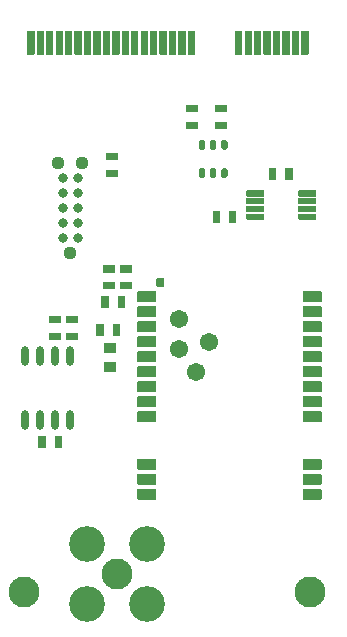
<source format=gbr>
G04 #@! TF.GenerationSoftware,KiCad,Pcbnew,5.1.9-73d0e3b20d~88~ubuntu20.04.1*
G04 #@! TF.CreationDate,2021-01-21T11:53:33+01:00*
G04 #@! TF.ProjectId,lorawan_e78-868ln22s_minipci,6c6f7261-7761-46e5-9f65-37382d383638,V1.0*
G04 #@! TF.SameCoordinates,Original*
G04 #@! TF.FileFunction,Soldermask,Top*
G04 #@! TF.FilePolarity,Negative*
%FSLAX46Y46*%
G04 Gerber Fmt 4.6, Leading zero omitted, Abs format (unit mm)*
G04 Created by KiCad (PCBNEW 5.1.9-73d0e3b20d~88~ubuntu20.04.1) date 2021-01-21 11:53:33*
%MOMM*%
%LPD*%
G01*
G04 APERTURE LIST*
%ADD10C,2.620000*%
%ADD11C,3.020000*%
%ADD12C,1.544000*%
%ADD13O,0.700000X1.650000*%
%ADD14C,0.807400*%
%ADD15C,1.110600*%
G04 APERTURE END LIST*
G36*
G01*
X156257500Y-79870000D02*
X155982500Y-79870000D01*
G75*
G02*
X155845000Y-79732500I0J137500D01*
G01*
X155845000Y-79207500D01*
G75*
G02*
X155982500Y-79070000I137500J0D01*
G01*
X156257500Y-79070000D01*
G75*
G02*
X156395000Y-79207500I0J-137500D01*
G01*
X156395000Y-79732500D01*
G75*
G02*
X156257500Y-79870000I-137500J0D01*
G01*
G37*
G36*
G01*
X157207500Y-79870000D02*
X156932500Y-79870000D01*
G75*
G02*
X156795000Y-79732500I0J137500D01*
G01*
X156795000Y-79207500D01*
G75*
G02*
X156932500Y-79070000I137500J0D01*
G01*
X157207500Y-79070000D01*
G75*
G02*
X157345000Y-79207500I0J-137500D01*
G01*
X157345000Y-79732500D01*
G75*
G02*
X157207500Y-79870000I-137500J0D01*
G01*
G37*
G36*
G01*
X158157500Y-79870000D02*
X157882500Y-79870000D01*
G75*
G02*
X157745000Y-79732500I0J137500D01*
G01*
X157745000Y-79207500D01*
G75*
G02*
X157882500Y-79070000I137500J0D01*
G01*
X158157500Y-79070000D01*
G75*
G02*
X158295000Y-79207500I0J-137500D01*
G01*
X158295000Y-79732500D01*
G75*
G02*
X158157500Y-79870000I-137500J0D01*
G01*
G37*
G36*
G01*
X158157500Y-82270000D02*
X157882500Y-82270000D01*
G75*
G02*
X157745000Y-82132500I0J137500D01*
G01*
X157745000Y-81607500D01*
G75*
G02*
X157882500Y-81470000I137500J0D01*
G01*
X158157500Y-81470000D01*
G75*
G02*
X158295000Y-81607500I0J-137500D01*
G01*
X158295000Y-82132500D01*
G75*
G02*
X158157500Y-82270000I-137500J0D01*
G01*
G37*
G36*
G01*
X157207500Y-82270000D02*
X156932500Y-82270000D01*
G75*
G02*
X156795000Y-82132500I0J137500D01*
G01*
X156795000Y-81607500D01*
G75*
G02*
X156932500Y-81470000I137500J0D01*
G01*
X157207500Y-81470000D01*
G75*
G02*
X157345000Y-81607500I0J-137500D01*
G01*
X157345000Y-82132500D01*
G75*
G02*
X157207500Y-82270000I-137500J0D01*
G01*
G37*
G36*
G01*
X156257500Y-82270000D02*
X155982500Y-82270000D01*
G75*
G02*
X155845000Y-82132500I0J137500D01*
G01*
X155845000Y-81607500D01*
G75*
G02*
X155982500Y-81470000I137500J0D01*
G01*
X156257500Y-81470000D01*
G75*
G02*
X156395000Y-81607500I0J-137500D01*
G01*
X156395000Y-82132500D01*
G75*
G02*
X156257500Y-82270000I-137500J0D01*
G01*
G37*
G36*
G01*
X164285000Y-83820000D02*
X164285000Y-83370000D01*
G75*
G02*
X164315000Y-83340000I30000J0D01*
G01*
X165765000Y-83340000D01*
G75*
G02*
X165795000Y-83370000I0J-30000D01*
G01*
X165795000Y-83820000D01*
G75*
G02*
X165765000Y-83850000I-30000J0D01*
G01*
X164315000Y-83850000D01*
G75*
G02*
X164285000Y-83820000I0J30000D01*
G01*
G37*
G36*
G01*
X164285000Y-84470000D02*
X164285000Y-84020000D01*
G75*
G02*
X164315000Y-83990000I30000J0D01*
G01*
X165765000Y-83990000D01*
G75*
G02*
X165795000Y-84020000I0J-30000D01*
G01*
X165795000Y-84470000D01*
G75*
G02*
X165765000Y-84500000I-30000J0D01*
G01*
X164315000Y-84500000D01*
G75*
G02*
X164285000Y-84470000I0J30000D01*
G01*
G37*
G36*
G01*
X164285000Y-85120000D02*
X164285000Y-84670000D01*
G75*
G02*
X164315000Y-84640000I30000J0D01*
G01*
X165765000Y-84640000D01*
G75*
G02*
X165795000Y-84670000I0J-30000D01*
G01*
X165795000Y-85120000D01*
G75*
G02*
X165765000Y-85150000I-30000J0D01*
G01*
X164315000Y-85150000D01*
G75*
G02*
X164285000Y-85120000I0J30000D01*
G01*
G37*
G36*
G01*
X164285000Y-85770000D02*
X164285000Y-85320000D01*
G75*
G02*
X164315000Y-85290000I30000J0D01*
G01*
X165765000Y-85290000D01*
G75*
G02*
X165795000Y-85320000I0J-30000D01*
G01*
X165795000Y-85770000D01*
G75*
G02*
X165765000Y-85800000I-30000J0D01*
G01*
X164315000Y-85800000D01*
G75*
G02*
X164285000Y-85770000I0J30000D01*
G01*
G37*
G36*
G01*
X159885000Y-85770000D02*
X159885000Y-85320000D01*
G75*
G02*
X159915000Y-85290000I30000J0D01*
G01*
X161365000Y-85290000D01*
G75*
G02*
X161395000Y-85320000I0J-30000D01*
G01*
X161395000Y-85770000D01*
G75*
G02*
X161365000Y-85800000I-30000J0D01*
G01*
X159915000Y-85800000D01*
G75*
G02*
X159885000Y-85770000I0J30000D01*
G01*
G37*
G36*
G01*
X159885000Y-85120000D02*
X159885000Y-84670000D01*
G75*
G02*
X159915000Y-84640000I30000J0D01*
G01*
X161365000Y-84640000D01*
G75*
G02*
X161395000Y-84670000I0J-30000D01*
G01*
X161395000Y-85120000D01*
G75*
G02*
X161365000Y-85150000I-30000J0D01*
G01*
X159915000Y-85150000D01*
G75*
G02*
X159885000Y-85120000I0J30000D01*
G01*
G37*
G36*
G01*
X159885000Y-84470000D02*
X159885000Y-84020000D01*
G75*
G02*
X159915000Y-83990000I30000J0D01*
G01*
X161365000Y-83990000D01*
G75*
G02*
X161395000Y-84020000I0J-30000D01*
G01*
X161395000Y-84470000D01*
G75*
G02*
X161365000Y-84500000I-30000J0D01*
G01*
X159915000Y-84500000D01*
G75*
G02*
X159885000Y-84470000I0J30000D01*
G01*
G37*
G36*
G01*
X159885000Y-83820000D02*
X159885000Y-83370000D01*
G75*
G02*
X159915000Y-83340000I30000J0D01*
G01*
X161365000Y-83340000D01*
G75*
G02*
X161395000Y-83370000I0J-30000D01*
G01*
X161395000Y-83820000D01*
G75*
G02*
X161365000Y-83850000I-30000J0D01*
G01*
X159915000Y-83850000D01*
G75*
G02*
X159885000Y-83820000I0J30000D01*
G01*
G37*
G36*
G01*
X148810000Y-97090000D02*
X147810000Y-97090000D01*
G75*
G02*
X147800000Y-97080000I0J10000D01*
G01*
X147800000Y-96280000D01*
G75*
G02*
X147810000Y-96270000I10000J0D01*
G01*
X148810000Y-96270000D01*
G75*
G02*
X148820000Y-96280000I0J-10000D01*
G01*
X148820000Y-97080000D01*
G75*
G02*
X148810000Y-97090000I-10000J0D01*
G01*
G37*
G36*
G01*
X148810000Y-98690000D02*
X147810000Y-98690000D01*
G75*
G02*
X147800000Y-98680000I0J10000D01*
G01*
X147800000Y-97880000D01*
G75*
G02*
X147810000Y-97870000I10000J0D01*
G01*
X148810000Y-97870000D01*
G75*
G02*
X148820000Y-97880000I0J-10000D01*
G01*
X148820000Y-98680000D01*
G75*
G02*
X148810000Y-98690000I-10000J0D01*
G01*
G37*
D10*
X141037843Y-117317433D03*
X165237843Y-117317433D03*
G36*
G01*
X141947843Y-69817433D02*
X141947843Y-71817433D01*
G75*
G02*
X141937843Y-71827433I-10000J0D01*
G01*
X141337843Y-71827433D01*
G75*
G02*
X141327843Y-71817433I0J10000D01*
G01*
X141327843Y-69817433D01*
G75*
G02*
X141337843Y-69807433I10000J0D01*
G01*
X141937843Y-69807433D01*
G75*
G02*
X141947843Y-69817433I0J-10000D01*
G01*
G37*
G36*
G01*
X142747843Y-69817433D02*
X142747843Y-71817433D01*
G75*
G02*
X142737843Y-71827433I-10000J0D01*
G01*
X142137843Y-71827433D01*
G75*
G02*
X142127843Y-71817433I0J10000D01*
G01*
X142127843Y-69817433D01*
G75*
G02*
X142137843Y-69807433I10000J0D01*
G01*
X142737843Y-69807433D01*
G75*
G02*
X142747843Y-69817433I0J-10000D01*
G01*
G37*
G36*
G01*
X143547843Y-69817433D02*
X143547843Y-71817433D01*
G75*
G02*
X143537843Y-71827433I-10000J0D01*
G01*
X142937843Y-71827433D01*
G75*
G02*
X142927843Y-71817433I0J10000D01*
G01*
X142927843Y-69817433D01*
G75*
G02*
X142937843Y-69807433I10000J0D01*
G01*
X143537843Y-69807433D01*
G75*
G02*
X143547843Y-69817433I0J-10000D01*
G01*
G37*
G36*
G01*
X144347843Y-69817433D02*
X144347843Y-71817433D01*
G75*
G02*
X144337843Y-71827433I-10000J0D01*
G01*
X143737843Y-71827433D01*
G75*
G02*
X143727843Y-71817433I0J10000D01*
G01*
X143727843Y-69817433D01*
G75*
G02*
X143737843Y-69807433I10000J0D01*
G01*
X144337843Y-69807433D01*
G75*
G02*
X144347843Y-69817433I0J-10000D01*
G01*
G37*
G36*
G01*
X145147843Y-69817433D02*
X145147843Y-71817433D01*
G75*
G02*
X145137843Y-71827433I-10000J0D01*
G01*
X144537843Y-71827433D01*
G75*
G02*
X144527843Y-71817433I0J10000D01*
G01*
X144527843Y-69817433D01*
G75*
G02*
X144537843Y-69807433I10000J0D01*
G01*
X145137843Y-69807433D01*
G75*
G02*
X145147843Y-69817433I0J-10000D01*
G01*
G37*
G36*
G01*
X145947843Y-69817433D02*
X145947843Y-71817433D01*
G75*
G02*
X145937843Y-71827433I-10000J0D01*
G01*
X145337843Y-71827433D01*
G75*
G02*
X145327843Y-71817433I0J10000D01*
G01*
X145327843Y-69817433D01*
G75*
G02*
X145337843Y-69807433I10000J0D01*
G01*
X145937843Y-69807433D01*
G75*
G02*
X145947843Y-69817433I0J-10000D01*
G01*
G37*
G36*
G01*
X146747843Y-69817433D02*
X146747843Y-71817433D01*
G75*
G02*
X146737843Y-71827433I-10000J0D01*
G01*
X146137843Y-71827433D01*
G75*
G02*
X146127843Y-71817433I0J10000D01*
G01*
X146127843Y-69817433D01*
G75*
G02*
X146137843Y-69807433I10000J0D01*
G01*
X146737843Y-69807433D01*
G75*
G02*
X146747843Y-69817433I0J-10000D01*
G01*
G37*
G36*
G01*
X147547843Y-69817433D02*
X147547843Y-71817433D01*
G75*
G02*
X147537843Y-71827433I-10000J0D01*
G01*
X146937843Y-71827433D01*
G75*
G02*
X146927843Y-71817433I0J10000D01*
G01*
X146927843Y-69817433D01*
G75*
G02*
X146937843Y-69807433I10000J0D01*
G01*
X147537843Y-69807433D01*
G75*
G02*
X147547843Y-69817433I0J-10000D01*
G01*
G37*
G36*
G01*
X148347843Y-69817433D02*
X148347843Y-71817433D01*
G75*
G02*
X148337843Y-71827433I-10000J0D01*
G01*
X147737843Y-71827433D01*
G75*
G02*
X147727843Y-71817433I0J10000D01*
G01*
X147727843Y-69817433D01*
G75*
G02*
X147737843Y-69807433I10000J0D01*
G01*
X148337843Y-69807433D01*
G75*
G02*
X148347843Y-69817433I0J-10000D01*
G01*
G37*
G36*
G01*
X149147843Y-69817433D02*
X149147843Y-71817433D01*
G75*
G02*
X149137843Y-71827433I-10000J0D01*
G01*
X148537843Y-71827433D01*
G75*
G02*
X148527843Y-71817433I0J10000D01*
G01*
X148527843Y-69817433D01*
G75*
G02*
X148537843Y-69807433I10000J0D01*
G01*
X149137843Y-69807433D01*
G75*
G02*
X149147843Y-69817433I0J-10000D01*
G01*
G37*
G36*
G01*
X149947843Y-69817433D02*
X149947843Y-71817433D01*
G75*
G02*
X149937843Y-71827433I-10000J0D01*
G01*
X149337843Y-71827433D01*
G75*
G02*
X149327843Y-71817433I0J10000D01*
G01*
X149327843Y-69817433D01*
G75*
G02*
X149337843Y-69807433I10000J0D01*
G01*
X149937843Y-69807433D01*
G75*
G02*
X149947843Y-69817433I0J-10000D01*
G01*
G37*
G36*
G01*
X150747843Y-69817433D02*
X150747843Y-71817433D01*
G75*
G02*
X150737843Y-71827433I-10000J0D01*
G01*
X150137843Y-71827433D01*
G75*
G02*
X150127843Y-71817433I0J10000D01*
G01*
X150127843Y-69817433D01*
G75*
G02*
X150137843Y-69807433I10000J0D01*
G01*
X150737843Y-69807433D01*
G75*
G02*
X150747843Y-69817433I0J-10000D01*
G01*
G37*
G36*
G01*
X151547843Y-69817433D02*
X151547843Y-71817433D01*
G75*
G02*
X151537843Y-71827433I-10000J0D01*
G01*
X150937843Y-71827433D01*
G75*
G02*
X150927843Y-71817433I0J10000D01*
G01*
X150927843Y-69817433D01*
G75*
G02*
X150937843Y-69807433I10000J0D01*
G01*
X151537843Y-69807433D01*
G75*
G02*
X151547843Y-69817433I0J-10000D01*
G01*
G37*
G36*
G01*
X152347843Y-69817433D02*
X152347843Y-71817433D01*
G75*
G02*
X152337843Y-71827433I-10000J0D01*
G01*
X151737843Y-71827433D01*
G75*
G02*
X151727843Y-71817433I0J10000D01*
G01*
X151727843Y-69817433D01*
G75*
G02*
X151737843Y-69807433I10000J0D01*
G01*
X152337843Y-69807433D01*
G75*
G02*
X152347843Y-69817433I0J-10000D01*
G01*
G37*
G36*
G01*
X153147843Y-69817433D02*
X153147843Y-71817433D01*
G75*
G02*
X153137843Y-71827433I-10000J0D01*
G01*
X152537843Y-71827433D01*
G75*
G02*
X152527843Y-71817433I0J10000D01*
G01*
X152527843Y-69817433D01*
G75*
G02*
X152537843Y-69807433I10000J0D01*
G01*
X153137843Y-69807433D01*
G75*
G02*
X153147843Y-69817433I0J-10000D01*
G01*
G37*
G36*
G01*
X153947843Y-69817433D02*
X153947843Y-71817433D01*
G75*
G02*
X153937843Y-71827433I-10000J0D01*
G01*
X153337843Y-71827433D01*
G75*
G02*
X153327843Y-71817433I0J10000D01*
G01*
X153327843Y-69817433D01*
G75*
G02*
X153337843Y-69807433I10000J0D01*
G01*
X153937843Y-69807433D01*
G75*
G02*
X153947843Y-69817433I0J-10000D01*
G01*
G37*
G36*
G01*
X154747843Y-69817433D02*
X154747843Y-71817433D01*
G75*
G02*
X154737843Y-71827433I-10000J0D01*
G01*
X154137843Y-71827433D01*
G75*
G02*
X154127843Y-71817433I0J10000D01*
G01*
X154127843Y-69817433D01*
G75*
G02*
X154137843Y-69807433I10000J0D01*
G01*
X154737843Y-69807433D01*
G75*
G02*
X154747843Y-69817433I0J-10000D01*
G01*
G37*
G36*
G01*
X155547843Y-69817433D02*
X155547843Y-71817433D01*
G75*
G02*
X155537843Y-71827433I-10000J0D01*
G01*
X154937843Y-71827433D01*
G75*
G02*
X154927843Y-71817433I0J10000D01*
G01*
X154927843Y-69817433D01*
G75*
G02*
X154937843Y-69807433I10000J0D01*
G01*
X155537843Y-69807433D01*
G75*
G02*
X155547843Y-69817433I0J-10000D01*
G01*
G37*
G36*
G01*
X159547843Y-69817433D02*
X159547843Y-71817433D01*
G75*
G02*
X159537843Y-71827433I-10000J0D01*
G01*
X158937843Y-71827433D01*
G75*
G02*
X158927843Y-71817433I0J10000D01*
G01*
X158927843Y-69817433D01*
G75*
G02*
X158937843Y-69807433I10000J0D01*
G01*
X159537843Y-69807433D01*
G75*
G02*
X159547843Y-69817433I0J-10000D01*
G01*
G37*
G36*
G01*
X160347843Y-69817433D02*
X160347843Y-71817433D01*
G75*
G02*
X160337843Y-71827433I-10000J0D01*
G01*
X159737843Y-71827433D01*
G75*
G02*
X159727843Y-71817433I0J10000D01*
G01*
X159727843Y-69817433D01*
G75*
G02*
X159737843Y-69807433I10000J0D01*
G01*
X160337843Y-69807433D01*
G75*
G02*
X160347843Y-69817433I0J-10000D01*
G01*
G37*
G36*
G01*
X161147843Y-69817433D02*
X161147843Y-71817433D01*
G75*
G02*
X161137843Y-71827433I-10000J0D01*
G01*
X160537843Y-71827433D01*
G75*
G02*
X160527843Y-71817433I0J10000D01*
G01*
X160527843Y-69817433D01*
G75*
G02*
X160537843Y-69807433I10000J0D01*
G01*
X161137843Y-69807433D01*
G75*
G02*
X161147843Y-69817433I0J-10000D01*
G01*
G37*
G36*
G01*
X161947843Y-69817433D02*
X161947843Y-71817433D01*
G75*
G02*
X161937843Y-71827433I-10000J0D01*
G01*
X161337843Y-71827433D01*
G75*
G02*
X161327843Y-71817433I0J10000D01*
G01*
X161327843Y-69817433D01*
G75*
G02*
X161337843Y-69807433I10000J0D01*
G01*
X161937843Y-69807433D01*
G75*
G02*
X161947843Y-69817433I0J-10000D01*
G01*
G37*
G36*
G01*
X162747843Y-69817433D02*
X162747843Y-71817433D01*
G75*
G02*
X162737843Y-71827433I-10000J0D01*
G01*
X162137843Y-71827433D01*
G75*
G02*
X162127843Y-71817433I0J10000D01*
G01*
X162127843Y-69817433D01*
G75*
G02*
X162137843Y-69807433I10000J0D01*
G01*
X162737843Y-69807433D01*
G75*
G02*
X162747843Y-69817433I0J-10000D01*
G01*
G37*
G36*
G01*
X163547843Y-69817433D02*
X163547843Y-71817433D01*
G75*
G02*
X163537843Y-71827433I-10000J0D01*
G01*
X162937843Y-71827433D01*
G75*
G02*
X162927843Y-71817433I0J10000D01*
G01*
X162927843Y-69817433D01*
G75*
G02*
X162937843Y-69807433I10000J0D01*
G01*
X163537843Y-69807433D01*
G75*
G02*
X163547843Y-69817433I0J-10000D01*
G01*
G37*
G36*
G01*
X164347843Y-69817433D02*
X164347843Y-71817433D01*
G75*
G02*
X164337843Y-71827433I-10000J0D01*
G01*
X163737843Y-71827433D01*
G75*
G02*
X163727843Y-71817433I0J10000D01*
G01*
X163727843Y-69817433D01*
G75*
G02*
X163737843Y-69807433I10000J0D01*
G01*
X164337843Y-69807433D01*
G75*
G02*
X164347843Y-69817433I0J-10000D01*
G01*
G37*
G36*
G01*
X165147843Y-69817433D02*
X165147843Y-71817433D01*
G75*
G02*
X165137843Y-71827433I-10000J0D01*
G01*
X164537843Y-71827433D01*
G75*
G02*
X164527843Y-71817433I0J10000D01*
G01*
X164527843Y-69817433D01*
G75*
G02*
X164537843Y-69807433I10000J0D01*
G01*
X165137843Y-69807433D01*
G75*
G02*
X165147843Y-69817433I0J-10000D01*
G01*
G37*
X148930000Y-115810000D03*
D11*
X146390000Y-113270000D03*
X151470000Y-113270000D03*
X146390000Y-118350000D03*
X151470000Y-118350000D03*
G36*
G01*
X150650000Y-92740000D02*
X150650000Y-91940000D01*
G75*
G02*
X150700000Y-91890000I50000J0D01*
G01*
X152200000Y-91890000D01*
G75*
G02*
X152250000Y-91940000I0J-50000D01*
G01*
X152250000Y-92740000D01*
G75*
G02*
X152200000Y-92790000I-50000J0D01*
G01*
X150700000Y-92790000D01*
G75*
G02*
X150650000Y-92740000I0J50000D01*
G01*
G37*
G36*
G01*
X152250000Y-91420000D02*
X152250000Y-90820000D01*
G75*
G02*
X152300000Y-90770000I50000J0D01*
G01*
X152900000Y-90770000D01*
G75*
G02*
X152950000Y-90820000I0J-50000D01*
G01*
X152950000Y-91420000D01*
G75*
G02*
X152900000Y-91470000I-50000J0D01*
G01*
X152300000Y-91470000D01*
G75*
G02*
X152250000Y-91420000I0J50000D01*
G01*
G37*
G36*
G01*
X150650000Y-94010000D02*
X150650000Y-93210000D01*
G75*
G02*
X150700000Y-93160000I50000J0D01*
G01*
X152200000Y-93160000D01*
G75*
G02*
X152250000Y-93210000I0J-50000D01*
G01*
X152250000Y-94010000D01*
G75*
G02*
X152200000Y-94060000I-50000J0D01*
G01*
X150700000Y-94060000D01*
G75*
G02*
X150650000Y-94010000I0J50000D01*
G01*
G37*
G36*
G01*
X150650000Y-95280000D02*
X150650000Y-94480000D01*
G75*
G02*
X150700000Y-94430000I50000J0D01*
G01*
X152200000Y-94430000D01*
G75*
G02*
X152250000Y-94480000I0J-50000D01*
G01*
X152250000Y-95280000D01*
G75*
G02*
X152200000Y-95330000I-50000J0D01*
G01*
X150700000Y-95330000D01*
G75*
G02*
X150650000Y-95280000I0J50000D01*
G01*
G37*
G36*
G01*
X150650000Y-96550000D02*
X150650000Y-95750000D01*
G75*
G02*
X150700000Y-95700000I50000J0D01*
G01*
X152200000Y-95700000D01*
G75*
G02*
X152250000Y-95750000I0J-50000D01*
G01*
X152250000Y-96550000D01*
G75*
G02*
X152200000Y-96600000I-50000J0D01*
G01*
X150700000Y-96600000D01*
G75*
G02*
X150650000Y-96550000I0J50000D01*
G01*
G37*
G36*
G01*
X150650000Y-97820000D02*
X150650000Y-97020000D01*
G75*
G02*
X150700000Y-96970000I50000J0D01*
G01*
X152200000Y-96970000D01*
G75*
G02*
X152250000Y-97020000I0J-50000D01*
G01*
X152250000Y-97820000D01*
G75*
G02*
X152200000Y-97870000I-50000J0D01*
G01*
X150700000Y-97870000D01*
G75*
G02*
X150650000Y-97820000I0J50000D01*
G01*
G37*
G36*
G01*
X150650000Y-99090000D02*
X150650000Y-98290000D01*
G75*
G02*
X150700000Y-98240000I50000J0D01*
G01*
X152200000Y-98240000D01*
G75*
G02*
X152250000Y-98290000I0J-50000D01*
G01*
X152250000Y-99090000D01*
G75*
G02*
X152200000Y-99140000I-50000J0D01*
G01*
X150700000Y-99140000D01*
G75*
G02*
X150650000Y-99090000I0J50000D01*
G01*
G37*
G36*
G01*
X150650000Y-100360000D02*
X150650000Y-99560000D01*
G75*
G02*
X150700000Y-99510000I50000J0D01*
G01*
X152200000Y-99510000D01*
G75*
G02*
X152250000Y-99560000I0J-50000D01*
G01*
X152250000Y-100360000D01*
G75*
G02*
X152200000Y-100410000I-50000J0D01*
G01*
X150700000Y-100410000D01*
G75*
G02*
X150650000Y-100360000I0J50000D01*
G01*
G37*
G36*
G01*
X150650000Y-101630000D02*
X150650000Y-100830000D01*
G75*
G02*
X150700000Y-100780000I50000J0D01*
G01*
X152200000Y-100780000D01*
G75*
G02*
X152250000Y-100830000I0J-50000D01*
G01*
X152250000Y-101630000D01*
G75*
G02*
X152200000Y-101680000I-50000J0D01*
G01*
X150700000Y-101680000D01*
G75*
G02*
X150650000Y-101630000I0J50000D01*
G01*
G37*
G36*
G01*
X150650000Y-102900000D02*
X150650000Y-102100000D01*
G75*
G02*
X150700000Y-102050000I50000J0D01*
G01*
X152200000Y-102050000D01*
G75*
G02*
X152250000Y-102100000I0J-50000D01*
G01*
X152250000Y-102900000D01*
G75*
G02*
X152200000Y-102950000I-50000J0D01*
G01*
X150700000Y-102950000D01*
G75*
G02*
X150650000Y-102900000I0J50000D01*
G01*
G37*
G36*
G01*
X164650000Y-102900000D02*
X164650000Y-102100000D01*
G75*
G02*
X164700000Y-102050000I50000J0D01*
G01*
X166200000Y-102050000D01*
G75*
G02*
X166250000Y-102100000I0J-50000D01*
G01*
X166250000Y-102900000D01*
G75*
G02*
X166200000Y-102950000I-50000J0D01*
G01*
X164700000Y-102950000D01*
G75*
G02*
X164650000Y-102900000I0J50000D01*
G01*
G37*
G36*
G01*
X164650000Y-97820000D02*
X164650000Y-97020000D01*
G75*
G02*
X164700000Y-96970000I50000J0D01*
G01*
X166200000Y-96970000D01*
G75*
G02*
X166250000Y-97020000I0J-50000D01*
G01*
X166250000Y-97820000D01*
G75*
G02*
X166200000Y-97870000I-50000J0D01*
G01*
X164700000Y-97870000D01*
G75*
G02*
X164650000Y-97820000I0J50000D01*
G01*
G37*
G36*
G01*
X164650000Y-101630000D02*
X164650000Y-100830000D01*
G75*
G02*
X164700000Y-100780000I50000J0D01*
G01*
X166200000Y-100780000D01*
G75*
G02*
X166250000Y-100830000I0J-50000D01*
G01*
X166250000Y-101630000D01*
G75*
G02*
X166200000Y-101680000I-50000J0D01*
G01*
X164700000Y-101680000D01*
G75*
G02*
X164650000Y-101630000I0J50000D01*
G01*
G37*
G36*
G01*
X164650000Y-100360000D02*
X164650000Y-99560000D01*
G75*
G02*
X164700000Y-99510000I50000J0D01*
G01*
X166200000Y-99510000D01*
G75*
G02*
X166250000Y-99560000I0J-50000D01*
G01*
X166250000Y-100360000D01*
G75*
G02*
X166200000Y-100410000I-50000J0D01*
G01*
X164700000Y-100410000D01*
G75*
G02*
X164650000Y-100360000I0J50000D01*
G01*
G37*
G36*
G01*
X164650000Y-94010000D02*
X164650000Y-93210000D01*
G75*
G02*
X164700000Y-93160000I50000J0D01*
G01*
X166200000Y-93160000D01*
G75*
G02*
X166250000Y-93210000I0J-50000D01*
G01*
X166250000Y-94010000D01*
G75*
G02*
X166200000Y-94060000I-50000J0D01*
G01*
X164700000Y-94060000D01*
G75*
G02*
X164650000Y-94010000I0J50000D01*
G01*
G37*
G36*
G01*
X164650000Y-92740000D02*
X164650000Y-91940000D01*
G75*
G02*
X164700000Y-91890000I50000J0D01*
G01*
X166200000Y-91890000D01*
G75*
G02*
X166250000Y-91940000I0J-50000D01*
G01*
X166250000Y-92740000D01*
G75*
G02*
X166200000Y-92790000I-50000J0D01*
G01*
X164700000Y-92790000D01*
G75*
G02*
X164650000Y-92740000I0J50000D01*
G01*
G37*
G36*
G01*
X164650000Y-95280000D02*
X164650000Y-94480000D01*
G75*
G02*
X164700000Y-94430000I50000J0D01*
G01*
X166200000Y-94430000D01*
G75*
G02*
X166250000Y-94480000I0J-50000D01*
G01*
X166250000Y-95280000D01*
G75*
G02*
X166200000Y-95330000I-50000J0D01*
G01*
X164700000Y-95330000D01*
G75*
G02*
X164650000Y-95280000I0J50000D01*
G01*
G37*
G36*
G01*
X164650000Y-96550000D02*
X164650000Y-95750000D01*
G75*
G02*
X164700000Y-95700000I50000J0D01*
G01*
X166200000Y-95700000D01*
G75*
G02*
X166250000Y-95750000I0J-50000D01*
G01*
X166250000Y-96550000D01*
G75*
G02*
X166200000Y-96600000I-50000J0D01*
G01*
X164700000Y-96600000D01*
G75*
G02*
X164650000Y-96550000I0J50000D01*
G01*
G37*
G36*
G01*
X164650000Y-99090000D02*
X164650000Y-98290000D01*
G75*
G02*
X164700000Y-98240000I50000J0D01*
G01*
X166200000Y-98240000D01*
G75*
G02*
X166250000Y-98290000I0J-50000D01*
G01*
X166250000Y-99090000D01*
G75*
G02*
X166200000Y-99140000I-50000J0D01*
G01*
X164700000Y-99140000D01*
G75*
G02*
X164650000Y-99090000I0J50000D01*
G01*
G37*
G36*
G01*
X150650000Y-109470000D02*
X150650000Y-108670000D01*
G75*
G02*
X150700000Y-108620000I50000J0D01*
G01*
X152200000Y-108620000D01*
G75*
G02*
X152250000Y-108670000I0J-50000D01*
G01*
X152250000Y-109470000D01*
G75*
G02*
X152200000Y-109520000I-50000J0D01*
G01*
X150700000Y-109520000D01*
G75*
G02*
X150650000Y-109470000I0J50000D01*
G01*
G37*
G36*
G01*
X150650000Y-108200000D02*
X150650000Y-107400000D01*
G75*
G02*
X150700000Y-107350000I50000J0D01*
G01*
X152200000Y-107350000D01*
G75*
G02*
X152250000Y-107400000I0J-50000D01*
G01*
X152250000Y-108200000D01*
G75*
G02*
X152200000Y-108250000I-50000J0D01*
G01*
X150700000Y-108250000D01*
G75*
G02*
X150650000Y-108200000I0J50000D01*
G01*
G37*
G36*
G01*
X150650000Y-106930000D02*
X150650000Y-106130000D01*
G75*
G02*
X150700000Y-106080000I50000J0D01*
G01*
X152200000Y-106080000D01*
G75*
G02*
X152250000Y-106130000I0J-50000D01*
G01*
X152250000Y-106930000D01*
G75*
G02*
X152200000Y-106980000I-50000J0D01*
G01*
X150700000Y-106980000D01*
G75*
G02*
X150650000Y-106930000I0J50000D01*
G01*
G37*
G36*
G01*
X164650000Y-108200000D02*
X164650000Y-107400000D01*
G75*
G02*
X164700000Y-107350000I50000J0D01*
G01*
X166200000Y-107350000D01*
G75*
G02*
X166250000Y-107400000I0J-50000D01*
G01*
X166250000Y-108200000D01*
G75*
G02*
X166200000Y-108250000I-50000J0D01*
G01*
X164700000Y-108250000D01*
G75*
G02*
X164650000Y-108200000I0J50000D01*
G01*
G37*
G36*
G01*
X164650000Y-109470000D02*
X164650000Y-108670000D01*
G75*
G02*
X164700000Y-108620000I50000J0D01*
G01*
X166200000Y-108620000D01*
G75*
G02*
X166250000Y-108670000I0J-50000D01*
G01*
X166250000Y-109470000D01*
G75*
G02*
X166200000Y-109520000I-50000J0D01*
G01*
X164700000Y-109520000D01*
G75*
G02*
X164650000Y-109470000I0J50000D01*
G01*
G37*
G36*
G01*
X164650000Y-106930000D02*
X164650000Y-106130000D01*
G75*
G02*
X164700000Y-106080000I50000J0D01*
G01*
X166200000Y-106080000D01*
G75*
G02*
X166250000Y-106130000I0J-50000D01*
G01*
X166250000Y-106930000D01*
G75*
G02*
X166200000Y-106980000I-50000J0D01*
G01*
X164700000Y-106980000D01*
G75*
G02*
X164650000Y-106930000I0J50000D01*
G01*
G37*
D12*
X155580000Y-98680000D03*
X154150000Y-96785000D03*
X156680000Y-96150000D03*
X154180000Y-94245000D03*
G36*
G01*
X148730000Y-90300000D02*
X147730000Y-90300000D01*
G75*
G02*
X147720000Y-90290000I0J10000D01*
G01*
X147720000Y-89690000D01*
G75*
G02*
X147730000Y-89680000I10000J0D01*
G01*
X148730000Y-89680000D01*
G75*
G02*
X148740000Y-89690000I0J-10000D01*
G01*
X148740000Y-90290000D01*
G75*
G02*
X148730000Y-90300000I-10000J0D01*
G01*
G37*
G36*
G01*
X148730000Y-91700000D02*
X147730000Y-91700000D01*
G75*
G02*
X147720000Y-91690000I0J10000D01*
G01*
X147720000Y-91090000D01*
G75*
G02*
X147730000Y-91080000I10000J0D01*
G01*
X148730000Y-91080000D01*
G75*
G02*
X148740000Y-91090000I0J-10000D01*
G01*
X148740000Y-91690000D01*
G75*
G02*
X148730000Y-91700000I-10000J0D01*
G01*
G37*
G36*
G01*
X150160000Y-91710000D02*
X149160000Y-91710000D01*
G75*
G02*
X149150000Y-91700000I0J10000D01*
G01*
X149150000Y-91100000D01*
G75*
G02*
X149160000Y-91090000I10000J0D01*
G01*
X150160000Y-91090000D01*
G75*
G02*
X150170000Y-91100000I0J-10000D01*
G01*
X150170000Y-91700000D01*
G75*
G02*
X150160000Y-91710000I-10000J0D01*
G01*
G37*
G36*
G01*
X150160000Y-90310000D02*
X149160000Y-90310000D01*
G75*
G02*
X149150000Y-90300000I0J10000D01*
G01*
X149150000Y-89700000D01*
G75*
G02*
X149160000Y-89690000I10000J0D01*
G01*
X150160000Y-89690000D01*
G75*
G02*
X150170000Y-89700000I0J-10000D01*
G01*
X150170000Y-90300000D01*
G75*
G02*
X150160000Y-90310000I-10000J0D01*
G01*
G37*
G36*
G01*
X149630000Y-92250000D02*
X149630000Y-93250000D01*
G75*
G02*
X149620000Y-93260000I-10000J0D01*
G01*
X149020000Y-93260000D01*
G75*
G02*
X149010000Y-93250000I0J10000D01*
G01*
X149010000Y-92250000D01*
G75*
G02*
X149020000Y-92240000I10000J0D01*
G01*
X149620000Y-92240000D01*
G75*
G02*
X149630000Y-92250000I0J-10000D01*
G01*
G37*
G36*
G01*
X148230000Y-92250000D02*
X148230000Y-93250000D01*
G75*
G02*
X148220000Y-93260000I-10000J0D01*
G01*
X147620000Y-93260000D01*
G75*
G02*
X147610000Y-93250000I0J10000D01*
G01*
X147610000Y-92250000D01*
G75*
G02*
X147620000Y-92240000I10000J0D01*
G01*
X148220000Y-92240000D01*
G75*
G02*
X148230000Y-92250000I0J-10000D01*
G01*
G37*
G36*
G01*
X143190000Y-93970000D02*
X144190000Y-93970000D01*
G75*
G02*
X144200000Y-93980000I0J-10000D01*
G01*
X144200000Y-94580000D01*
G75*
G02*
X144190000Y-94590000I-10000J0D01*
G01*
X143190000Y-94590000D01*
G75*
G02*
X143180000Y-94580000I0J10000D01*
G01*
X143180000Y-93980000D01*
G75*
G02*
X143190000Y-93970000I10000J0D01*
G01*
G37*
G36*
G01*
X143190000Y-95370000D02*
X144190000Y-95370000D01*
G75*
G02*
X144200000Y-95380000I0J-10000D01*
G01*
X144200000Y-95980000D01*
G75*
G02*
X144190000Y-95990000I-10000J0D01*
G01*
X143190000Y-95990000D01*
G75*
G02*
X143180000Y-95980000I0J10000D01*
G01*
X143180000Y-95380000D01*
G75*
G02*
X143190000Y-95370000I10000J0D01*
G01*
G37*
G36*
G01*
X144590000Y-95380000D02*
X145590000Y-95380000D01*
G75*
G02*
X145600000Y-95390000I0J-10000D01*
G01*
X145600000Y-95990000D01*
G75*
G02*
X145590000Y-96000000I-10000J0D01*
G01*
X144590000Y-96000000D01*
G75*
G02*
X144580000Y-95990000I0J10000D01*
G01*
X144580000Y-95390000D01*
G75*
G02*
X144590000Y-95380000I10000J0D01*
G01*
G37*
G36*
G01*
X144590000Y-93980000D02*
X145590000Y-93980000D01*
G75*
G02*
X145600000Y-93990000I0J-10000D01*
G01*
X145600000Y-94590000D01*
G75*
G02*
X145590000Y-94600000I-10000J0D01*
G01*
X144590000Y-94600000D01*
G75*
G02*
X144580000Y-94590000I0J10000D01*
G01*
X144580000Y-93990000D01*
G75*
G02*
X144590000Y-93980000I10000J0D01*
G01*
G37*
G36*
G01*
X148570000Y-95660000D02*
X148570000Y-94660000D01*
G75*
G02*
X148580000Y-94650000I10000J0D01*
G01*
X149180000Y-94650000D01*
G75*
G02*
X149190000Y-94660000I0J-10000D01*
G01*
X149190000Y-95660000D01*
G75*
G02*
X149180000Y-95670000I-10000J0D01*
G01*
X148580000Y-95670000D01*
G75*
G02*
X148570000Y-95660000I0J10000D01*
G01*
G37*
G36*
G01*
X147170000Y-95660000D02*
X147170000Y-94660000D01*
G75*
G02*
X147180000Y-94650000I10000J0D01*
G01*
X147780000Y-94650000D01*
G75*
G02*
X147790000Y-94660000I0J-10000D01*
G01*
X147790000Y-95660000D01*
G75*
G02*
X147780000Y-95670000I-10000J0D01*
G01*
X147180000Y-95670000D01*
G75*
G02*
X147170000Y-95660000I0J10000D01*
G01*
G37*
G36*
G01*
X157020000Y-86070000D02*
X157020000Y-85070000D01*
G75*
G02*
X157030000Y-85060000I10000J0D01*
G01*
X157630000Y-85060000D01*
G75*
G02*
X157640000Y-85070000I0J-10000D01*
G01*
X157640000Y-86070000D01*
G75*
G02*
X157630000Y-86080000I-10000J0D01*
G01*
X157030000Y-86080000D01*
G75*
G02*
X157020000Y-86070000I0J10000D01*
G01*
G37*
G36*
G01*
X158420000Y-86070000D02*
X158420000Y-85070000D01*
G75*
G02*
X158430000Y-85060000I10000J0D01*
G01*
X159030000Y-85060000D01*
G75*
G02*
X159040000Y-85070000I0J-10000D01*
G01*
X159040000Y-86070000D01*
G75*
G02*
X159030000Y-86080000I-10000J0D01*
G01*
X158430000Y-86080000D01*
G75*
G02*
X158420000Y-86070000I0J10000D01*
G01*
G37*
D13*
X144955000Y-102750000D03*
X143685000Y-102750000D03*
X142415000Y-102750000D03*
X141145000Y-102750000D03*
X141145000Y-97350000D03*
X142415000Y-97350000D03*
X143685000Y-97350000D03*
X144955000Y-97350000D03*
G36*
G01*
X163810000Y-81450000D02*
X163810000Y-82450000D01*
G75*
G02*
X163800000Y-82460000I-10000J0D01*
G01*
X163200000Y-82460000D01*
G75*
G02*
X163190000Y-82450000I0J10000D01*
G01*
X163190000Y-81450000D01*
G75*
G02*
X163200000Y-81440000I10000J0D01*
G01*
X163800000Y-81440000D01*
G75*
G02*
X163810000Y-81450000I0J-10000D01*
G01*
G37*
G36*
G01*
X162410000Y-81450000D02*
X162410000Y-82450000D01*
G75*
G02*
X162400000Y-82460000I-10000J0D01*
G01*
X161800000Y-82460000D01*
G75*
G02*
X161790000Y-82450000I0J10000D01*
G01*
X161790000Y-81450000D01*
G75*
G02*
X161800000Y-81440000I10000J0D01*
G01*
X162400000Y-81440000D01*
G75*
G02*
X162410000Y-81450000I0J-10000D01*
G01*
G37*
G36*
G01*
X142880000Y-104150000D02*
X142880000Y-105150000D01*
G75*
G02*
X142870000Y-105160000I-10000J0D01*
G01*
X142270000Y-105160000D01*
G75*
G02*
X142260000Y-105150000I0J10000D01*
G01*
X142260000Y-104150000D01*
G75*
G02*
X142270000Y-104140000I10000J0D01*
G01*
X142870000Y-104140000D01*
G75*
G02*
X142880000Y-104150000I0J-10000D01*
G01*
G37*
G36*
G01*
X144280000Y-104150000D02*
X144280000Y-105150000D01*
G75*
G02*
X144270000Y-105160000I-10000J0D01*
G01*
X143670000Y-105160000D01*
G75*
G02*
X143660000Y-105150000I0J10000D01*
G01*
X143660000Y-104150000D01*
G75*
G02*
X143670000Y-104140000I10000J0D01*
G01*
X144270000Y-104140000D01*
G75*
G02*
X144280000Y-104150000I0J-10000D01*
G01*
G37*
G36*
G01*
X149010000Y-82200000D02*
X148010000Y-82200000D01*
G75*
G02*
X148000000Y-82190000I0J10000D01*
G01*
X148000000Y-81590000D01*
G75*
G02*
X148010000Y-81580000I10000J0D01*
G01*
X149010000Y-81580000D01*
G75*
G02*
X149020000Y-81590000I0J-10000D01*
G01*
X149020000Y-82190000D01*
G75*
G02*
X149010000Y-82200000I-10000J0D01*
G01*
G37*
G36*
G01*
X149010000Y-80800000D02*
X148010000Y-80800000D01*
G75*
G02*
X148000000Y-80790000I0J10000D01*
G01*
X148000000Y-80190000D01*
G75*
G02*
X148010000Y-80180000I10000J0D01*
G01*
X149010000Y-80180000D01*
G75*
G02*
X149020000Y-80190000I0J-10000D01*
G01*
X149020000Y-80790000D01*
G75*
G02*
X149010000Y-80800000I-10000J0D01*
G01*
G37*
G36*
G01*
X158260000Y-78130000D02*
X157260000Y-78130000D01*
G75*
G02*
X157250000Y-78120000I0J10000D01*
G01*
X157250000Y-77520000D01*
G75*
G02*
X157260000Y-77510000I10000J0D01*
G01*
X158260000Y-77510000D01*
G75*
G02*
X158270000Y-77520000I0J-10000D01*
G01*
X158270000Y-78120000D01*
G75*
G02*
X158260000Y-78130000I-10000J0D01*
G01*
G37*
G36*
G01*
X158260000Y-76730000D02*
X157260000Y-76730000D01*
G75*
G02*
X157250000Y-76720000I0J10000D01*
G01*
X157250000Y-76120000D01*
G75*
G02*
X157260000Y-76110000I10000J0D01*
G01*
X158260000Y-76110000D01*
G75*
G02*
X158270000Y-76120000I0J-10000D01*
G01*
X158270000Y-76720000D01*
G75*
G02*
X158260000Y-76730000I-10000J0D01*
G01*
G37*
G36*
G01*
X155800000Y-76730000D02*
X154800000Y-76730000D01*
G75*
G02*
X154790000Y-76720000I0J10000D01*
G01*
X154790000Y-76120000D01*
G75*
G02*
X154800000Y-76110000I10000J0D01*
G01*
X155800000Y-76110000D01*
G75*
G02*
X155810000Y-76120000I0J-10000D01*
G01*
X155810000Y-76720000D01*
G75*
G02*
X155800000Y-76730000I-10000J0D01*
G01*
G37*
G36*
G01*
X155800000Y-78130000D02*
X154800000Y-78130000D01*
G75*
G02*
X154790000Y-78120000I0J10000D01*
G01*
X154790000Y-77520000D01*
G75*
G02*
X154800000Y-77510000I10000J0D01*
G01*
X155800000Y-77510000D01*
G75*
G02*
X155810000Y-77520000I0J-10000D01*
G01*
X155810000Y-78120000D01*
G75*
G02*
X155800000Y-78130000I-10000J0D01*
G01*
G37*
D14*
X145615000Y-84800000D03*
X145615000Y-83530000D03*
X145615000Y-82260000D03*
X144345000Y-84800000D03*
X144345000Y-83530000D03*
X144345000Y-82260000D03*
X144345000Y-86070000D03*
X144345000Y-87340000D03*
X145615000Y-86070000D03*
X145615000Y-87340000D03*
D15*
X144980000Y-88610000D03*
X145995000Y-80990000D03*
X143965001Y-80990000D03*
M02*

</source>
